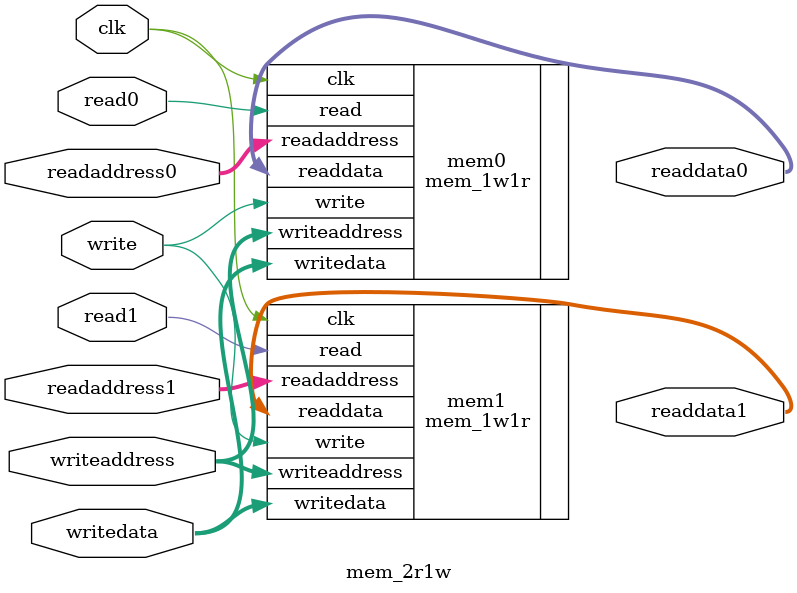
<source format=sv>

module mem_2r1w(
    input clk,

    input read0,
    input [ELEMENTS_W-1:0] readaddress0,
    output [WIDTH-1:0] readdata0,


    input read1,
    input [ELEMENTS_W-1:0] readaddress1,
    output [WIDTH-1:0] readdata1,

    input write,
    input [ELEMENTS_W-1:0] writeaddress,
	input [WIDTH-1:0] writedata

);

parameter ELEMENTS_W = 7;
localparam ELEMENTS = 2**ELEMENTS_W;
parameter WIDTH = 32;

mem_1w1r #(ELEMENTS_W, WIDTH) mem0(
    .clk(clk),

    .read(read0),
    .readaddress(readaddress0),
    .readdata(readdata0),

    .write(write),
    .writeaddress(writeaddress),
    .writedata(writedata)
);


mem_1w1r #(ELEMENTS_W, WIDTH) mem1(
    .clk(clk),

    .read(read1),
    .readaddress(readaddress1),
    .readdata(readdata1),

    .write(write),
    .writeaddress(writeaddress),
    .writedata(writedata)
);

endmodule
</source>
